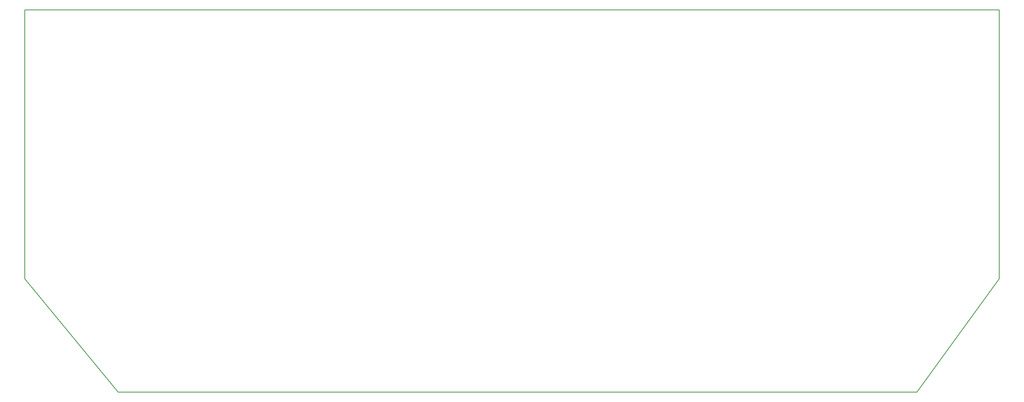
<source format=gbr>
G04 #@! TF.GenerationSoftware,KiCad,Pcbnew,(5.1.9)-1*
G04 #@! TF.CreationDate,2021-12-01T20:16:17-08:00*
G04 #@! TF.ProjectId,Isola_v2,49736f6c-615f-4763-922e-6b696361645f,rev?*
G04 #@! TF.SameCoordinates,Original*
G04 #@! TF.FileFunction,Profile,NP*
%FSLAX46Y46*%
G04 Gerber Fmt 4.6, Leading zero omitted, Abs format (unit mm)*
G04 Created by KiCad (PCBNEW (5.1.9)-1) date 2021-12-01 20:16:17*
%MOMM*%
%LPD*%
G01*
G04 APERTURE LIST*
G04 #@! TA.AperFunction,Profile*
%ADD10C,0.200000*%
G04 #@! TD*
G04 APERTURE END LIST*
D10*
X11347876Y-82963159D02*
X-9417050Y-57784998D01*
X-9417050Y2115032D02*
X-9417050Y-57784998D01*
X207060800Y-57785000D02*
X188797971Y-82963158D01*
X-9417050Y2115032D02*
X-2206343Y2115032D01*
X-2206343Y2115032D02*
X4961909Y2115032D01*
X4961909Y2115032D02*
X12089077Y2115032D01*
X12089077Y2115032D02*
X19176530Y2115032D01*
X19176530Y2115032D02*
X26225637Y2115032D01*
X26225637Y2115032D02*
X33237768Y2115032D01*
X33237768Y2115032D02*
X40214293Y2115032D01*
X40214293Y2115032D02*
X47156580Y2115032D01*
X47156580Y2115032D02*
X54066000Y2115032D01*
X54066000Y2115032D02*
X60943921Y2115032D01*
X60943921Y2115032D02*
X67791712Y2115032D01*
X67791712Y2115032D02*
X74610745Y2115032D01*
X74610745Y2115032D02*
X81402387Y2115032D01*
X81402387Y2115032D02*
X88168008Y2115032D01*
X88168008Y2115032D02*
X94908978Y2115032D01*
X94908978Y2115032D02*
X101626667Y2115032D01*
X101626667Y2115032D02*
X108322443Y2115032D01*
X108322443Y2115032D02*
X114997675Y2115032D01*
X114997675Y2115032D02*
X121653735Y2115032D01*
X121653735Y2115032D02*
X128291990Y2115032D01*
X128291990Y2115032D02*
X134913810Y2115032D01*
X134913810Y2115032D02*
X141520565Y2115032D01*
X141520565Y2115032D02*
X148113624Y2115032D01*
X148113624Y2115032D02*
X154694357Y2115032D01*
X154694357Y2115032D02*
X161264133Y2115032D01*
X161264133Y2115032D02*
X167824321Y2115032D01*
X167824321Y2115032D02*
X174376291Y2115032D01*
X174376291Y2115032D02*
X180921413Y2115032D01*
X180921413Y2115032D02*
X187461055Y2115032D01*
X187461055Y2115032D02*
X193996587Y2115032D01*
X193996587Y2115032D02*
X200529379Y2115032D01*
X200529379Y2115032D02*
X207060800Y2115032D01*
X11347876Y-82963159D02*
X16893215Y-82963158D01*
X16893215Y-82963158D02*
X22438553Y-82963158D01*
X22438553Y-82963158D02*
X27983889Y-82963158D01*
X27983889Y-82963158D02*
X33529223Y-82963158D01*
X33529223Y-82963158D02*
X39074556Y-82963158D01*
X39074556Y-82963158D02*
X44619888Y-82963158D01*
X44619888Y-82963158D02*
X50165218Y-82963158D01*
X50165218Y-82963158D02*
X55710546Y-82963158D01*
X55710546Y-82963158D02*
X61255873Y-82963158D01*
X61255873Y-82963158D02*
X66801199Y-82963158D01*
X66801199Y-82963158D02*
X72346523Y-82963158D01*
X72346523Y-82963158D02*
X77891845Y-82963158D01*
X77891845Y-82963158D02*
X83437166Y-82963158D01*
X83437166Y-82963158D02*
X88982485Y-82963158D01*
X88982485Y-82963158D02*
X94527803Y-82963158D01*
X94527803Y-82963158D02*
X100073119Y-82963158D01*
X100073119Y-82963158D02*
X105618433Y-82963158D01*
X105618433Y-82963158D02*
X111163747Y-82963158D01*
X111163747Y-82963158D02*
X116709058Y-82963158D01*
X116709058Y-82963158D02*
X122254368Y-82963158D01*
X122254368Y-82963158D02*
X127799677Y-82963158D01*
X127799677Y-82963158D02*
X133344984Y-82963158D01*
X133344984Y-82963158D02*
X138890289Y-82963158D01*
X138890289Y-82963158D02*
X144435593Y-82963158D01*
X144435593Y-82963158D02*
X149980896Y-82963158D01*
X149980896Y-82963158D02*
X155526197Y-82963158D01*
X155526197Y-82963158D02*
X161071496Y-82963158D01*
X161071496Y-82963158D02*
X166616794Y-82963158D01*
X166616794Y-82963158D02*
X172162090Y-82963158D01*
X172162090Y-82963158D02*
X177707385Y-82963158D01*
X177707385Y-82963158D02*
X183252679Y-82963158D01*
X183252679Y-82963158D02*
X188797971Y-82963158D01*
X207060800Y-57784998D02*
X207060800Y-55913146D01*
X207060800Y-55913146D02*
X207060800Y-54041292D01*
X207060800Y-54041292D02*
X207060800Y-52169437D01*
X207060800Y-52169437D02*
X207060800Y-50297581D01*
X207060800Y-50297581D02*
X207060800Y-48425723D01*
X207060800Y-48425723D02*
X207060800Y-46553863D01*
X207060800Y-46553863D02*
X207060800Y-44682002D01*
X207060800Y-44682002D02*
X207060800Y-42810139D01*
X207060800Y-42810139D02*
X207060800Y-40938275D01*
X207060800Y-40938275D02*
X207060800Y-39066409D01*
X207060800Y-39066409D02*
X207060800Y-37194542D01*
X207060800Y-37194542D02*
X207060800Y-35322673D01*
X207060800Y-35322673D02*
X207060800Y-33450802D01*
X207060800Y-33450802D02*
X207060800Y-31578930D01*
X207060800Y-31578930D02*
X207060800Y-29707057D01*
X207060800Y-29707057D02*
X207060800Y-27835182D01*
X207060800Y-27835182D02*
X207060800Y-25963305D01*
X207060800Y-25963305D02*
X207060800Y-24091427D01*
X207060800Y-24091427D02*
X207060800Y-22219547D01*
X207060800Y-22219547D02*
X207060800Y-20347665D01*
X207060800Y-20347665D02*
X207060800Y-18475782D01*
X207060800Y-18475782D02*
X207060800Y-16603898D01*
X207060800Y-16603898D02*
X207060800Y-14732012D01*
X207060800Y-14732012D02*
X207060800Y-12860124D01*
X207060800Y-12860124D02*
X207060800Y-10988235D01*
X207060800Y-10988235D02*
X207060800Y-9116344D01*
X207060800Y-9116344D02*
X207060800Y-7244452D01*
X207060800Y-7244452D02*
X207060800Y-5372558D01*
X207060800Y-5372558D02*
X207060800Y-3500663D01*
X207060800Y-3500663D02*
X207060800Y-1628766D01*
X207060800Y-1628766D02*
X207060800Y243131D01*
X207060800Y243131D02*
X207060800Y2115032D01*
M02*

</source>
